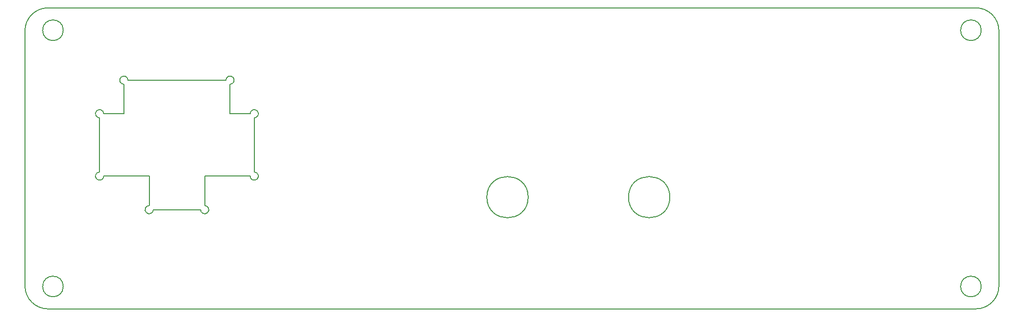
<source format=gbr>
%TF.GenerationSoftware,KiCad,Pcbnew,5.1.10-88a1d61d58~90~ubuntu20.04.1*%
%TF.CreationDate,2021-08-16T21:10:36-07:00*%
%TF.ProjectId,front-panel,66726f6e-742d-4706-916e-656c2e6b6963,rev?*%
%TF.SameCoordinates,Original*%
%TF.FileFunction,Profile,NP*%
%FSLAX46Y46*%
G04 Gerber Fmt 4.6, Leading zero omitted, Abs format (unit mm)*
G04 Created by KiCad (PCBNEW 5.1.10-88a1d61d58~90~ubuntu20.04.1) date 2021-08-16 21:10:36*
%MOMM*%
%LPD*%
G01*
G04 APERTURE LIST*
%TA.AperFunction,Profile*%
%ADD10C,0.200000*%
%TD*%
G04 APERTURE END LIST*
D10*
X71750000Y-91750000D02*
X79750000Y-91750000D01*
X63350000Y-86050000D02*
X71050000Y-86050000D01*
X88850000Y-85350000D02*
X88850000Y-76150000D01*
X135254625Y-89624937D02*
G75*
G03*
X135254625Y-89624937I-3500000J0D01*
G01*
X88850000Y-85350000D02*
G75*
G02*
X88150000Y-86050000I0J-700000D01*
G01*
X56494625Y-104795650D02*
G75*
G03*
X56494625Y-104795650I-1750000J0D01*
G01*
X66750000Y-70450000D02*
G75*
G02*
X67450000Y-69750000I0J700000D01*
G01*
X62650000Y-76150000D02*
X62650000Y-85350000D01*
X71050000Y-86050000D02*
X71050000Y-91050000D01*
X212014625Y-104795650D02*
G75*
G03*
X212014625Y-104795650I-1750000J0D01*
G01*
X66750000Y-75450000D02*
X63350000Y-75450000D01*
X66750000Y-70450000D02*
X66750000Y-75450000D01*
X50004625Y-104697650D02*
X50004625Y-61367650D01*
X63350000Y-86050000D02*
G75*
G02*
X62650000Y-85350000I-700000J0D01*
G01*
X53904625Y-57467650D02*
X211104625Y-57467650D01*
X80450000Y-86050000D02*
X88150000Y-86050000D01*
X50004625Y-61367650D02*
G75*
G02*
X53904625Y-57467650I3900000J0D01*
G01*
X84050000Y-69750000D02*
X67450000Y-69750000D01*
X215004625Y-61367650D02*
X215004625Y-104697650D01*
X211104625Y-57467650D02*
G75*
G02*
X215004625Y-61367650I0J-3900000D01*
G01*
X159254625Y-89624937D02*
G75*
G03*
X159254625Y-89624937I-3500000J0D01*
G01*
X80450000Y-91050000D02*
X80450000Y-86050000D01*
X53904625Y-108597650D02*
G75*
G02*
X50004625Y-104697650I0J3900000D01*
G01*
X56494625Y-61269650D02*
G75*
G03*
X56494625Y-61269650I-1750000J0D01*
G01*
X215004624Y-104697650D02*
G75*
G02*
X211104625Y-108597649I-3899999J0D01*
G01*
X211104625Y-108597649D02*
X53904625Y-108597649D01*
X212014625Y-61269650D02*
G75*
G03*
X212014625Y-61269650I-1750000J0D01*
G01*
X88150000Y-75450000D02*
X84750000Y-75450000D01*
X88150000Y-75450000D02*
G75*
G02*
X88850000Y-76150000I700000J0D01*
G01*
X84750000Y-75450000D02*
X84750000Y-70450000D01*
X71750000Y-91750000D02*
G75*
G02*
X71050000Y-91050000I-700000J0D01*
G01*
X80450000Y-91050000D02*
G75*
G02*
X79750000Y-91750000I0J-700000D01*
G01*
X62650000Y-76150000D02*
G75*
G02*
X63350000Y-75450000I0J700000D01*
G01*
X84050000Y-69750000D02*
G75*
G02*
X84750000Y-70450000I700000J0D01*
G01*
M02*

</source>
